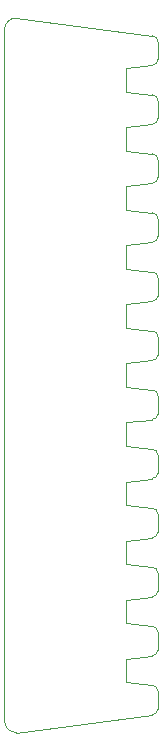
<source format=gbr>
%TF.GenerationSoftware,KiCad,Pcbnew,(6.0.10-0)*%
%TF.CreationDate,2024-08-14T11:11:09+02:00*%
%TF.ProjectId,touch_zone,746f7563-685f-47a6-9f6e-652e6b696361,rev?*%
%TF.SameCoordinates,Original*%
%TF.FileFunction,Profile,NP*%
%FSLAX46Y46*%
G04 Gerber Fmt 4.6, Leading zero omitted, Abs format (unit mm)*
G04 Created by KiCad (PCBNEW (6.0.10-0)) date 2024-08-14 11:11:09*
%MOMM*%
%LPD*%
G01*
G04 APERTURE LIST*
%TA.AperFunction,Profile*%
%ADD10C,0.100000*%
%TD*%
G04 APERTURE END LIST*
D10*
X82500000Y-42250000D02*
X80250000Y-42000000D01*
X83000000Y-42750000D02*
G75*
G03*
X82500000Y-42250000I-500000J0D01*
G01*
X82500000Y-27250000D02*
X80250000Y-27000000D01*
X82500000Y-52250000D02*
X80250000Y-52000000D01*
X82500000Y-49750000D02*
X80250000Y-50000000D01*
X83000000Y-47750000D02*
G75*
G03*
X82500000Y-47250000I-500000J0D01*
G01*
X80250000Y-55000000D02*
X80250000Y-57000000D01*
X82500000Y-37250000D02*
X80250000Y-37000000D01*
X82500000Y-69750000D02*
G75*
G03*
X83000000Y-69250000I0J500000D01*
G01*
X80250000Y-30000000D02*
X80250000Y-32000000D01*
X83000000Y-77750000D02*
X83000000Y-79250000D01*
X82500000Y-39750000D02*
X80250000Y-40000000D01*
X82500000Y-77250000D02*
X80250000Y-77000000D01*
X80250000Y-35000000D02*
X80250000Y-37000000D01*
X83000000Y-32750000D02*
X83000000Y-34250000D01*
X82500000Y-74750000D02*
G75*
G03*
X83000000Y-74250000I0J500000D01*
G01*
X83000000Y-67750000D02*
X83000000Y-69250000D01*
X80250000Y-60000000D02*
X80250000Y-62000000D01*
X83000000Y-27750000D02*
G75*
G03*
X82500000Y-27250000I-500000J0D01*
G01*
X82500000Y-29750000D02*
G75*
G03*
X83000000Y-29250000I0J500000D01*
G01*
X82500000Y-54750000D02*
G75*
G03*
X83000000Y-54250000I0J500000D01*
G01*
X83000000Y-62750000D02*
G75*
G03*
X82500000Y-62250000I-500000J0D01*
G01*
X82500000Y-34750000D02*
X80250000Y-35000000D01*
X70000000Y-80250000D02*
X70000000Y-21750000D01*
X83000000Y-42750000D02*
X83000000Y-44250000D01*
X82500000Y-24750000D02*
X80250000Y-25000000D01*
X82500000Y-59750000D02*
X80250000Y-60000000D01*
X83000000Y-37750000D02*
X83000000Y-39250000D01*
X83000000Y-47750000D02*
X83000000Y-49250000D01*
X83000000Y-57750000D02*
X83000000Y-59250000D01*
X80250000Y-40000000D02*
X80250000Y-42000000D01*
X82500000Y-72250000D02*
X80250000Y-72000000D01*
X83000000Y-57750000D02*
G75*
G03*
X82500000Y-57250000I-500000J0D01*
G01*
X83000000Y-22750000D02*
G75*
G03*
X82500000Y-22250000I-500000J0D01*
G01*
X82500000Y-44750000D02*
G75*
G03*
X83000000Y-44250000I0J500000D01*
G01*
X80250000Y-50000000D02*
X80250000Y-52000000D01*
X82500000Y-34750000D02*
G75*
G03*
X83000000Y-34250000I0J500000D01*
G01*
X83000000Y-67750000D02*
G75*
G03*
X82500000Y-67250000I-500000J0D01*
G01*
X83000000Y-72750000D02*
X83000000Y-74250000D01*
X83000000Y-27750000D02*
X83000000Y-29250000D01*
X82500000Y-54750000D02*
X80250000Y-55000000D01*
X80250000Y-25000000D02*
X80250000Y-27000000D01*
X83000000Y-32750000D02*
G75*
G03*
X82500000Y-32250000I-500000J0D01*
G01*
X83000000Y-52750000D02*
G75*
G03*
X82500000Y-52250000I-500000J0D01*
G01*
X82500000Y-69750000D02*
X80250000Y-70000000D01*
X83000000Y-52750000D02*
X83000000Y-54250000D01*
X82500000Y-79750000D02*
G75*
G03*
X83000000Y-79250000I0J500000D01*
G01*
X83000000Y-62750000D02*
X83000000Y-64250000D01*
X71000000Y-20750000D02*
X82500000Y-22250000D01*
X82500000Y-29750000D02*
X80250000Y-30000000D01*
X82500000Y-24750000D02*
G75*
G03*
X83000000Y-24250000I0J500000D01*
G01*
X83000000Y-22750000D02*
X83000000Y-24250000D01*
X83000000Y-72750000D02*
G75*
G03*
X82500000Y-72250000I-500000J0D01*
G01*
X82500000Y-59750000D02*
G75*
G03*
X83000000Y-59250000I0J500000D01*
G01*
X71000000Y-20750000D02*
G75*
G03*
X70000000Y-21750000I0J-1000000D01*
G01*
X82500000Y-57250000D02*
X80250000Y-57000000D01*
X83000000Y-37750000D02*
G75*
G03*
X82500000Y-37250000I-500000J0D01*
G01*
X80250000Y-75000000D02*
X80250000Y-77000000D01*
X80250000Y-65000000D02*
X80250000Y-67000000D01*
X82500000Y-49750000D02*
G75*
G03*
X83000000Y-49250000I0J500000D01*
G01*
X82500000Y-39750000D02*
G75*
G03*
X83000000Y-39250000I0J500000D01*
G01*
X83000000Y-77750000D02*
G75*
G03*
X82500000Y-77250000I-500000J0D01*
G01*
X82500000Y-67250000D02*
X80250000Y-67000000D01*
X82500000Y-62250000D02*
X80250000Y-62000000D01*
X82500000Y-74750000D02*
X80250000Y-75000000D01*
X80250000Y-45000000D02*
X80250000Y-47000000D01*
X82500000Y-32250000D02*
X80250000Y-32000000D01*
X82500000Y-47250000D02*
X80250000Y-47000000D01*
X70000000Y-80250000D02*
G75*
G03*
X71000000Y-81250000I1000000J0D01*
G01*
X80250000Y-70000000D02*
X80250000Y-72000000D01*
X82500000Y-64750000D02*
X80250000Y-65000000D01*
X82500000Y-79750000D02*
X71000000Y-81250000D01*
X82500000Y-64750000D02*
G75*
G03*
X83000000Y-64250000I0J500000D01*
G01*
X82500000Y-44750000D02*
X80250000Y-45000000D01*
M02*

</source>
